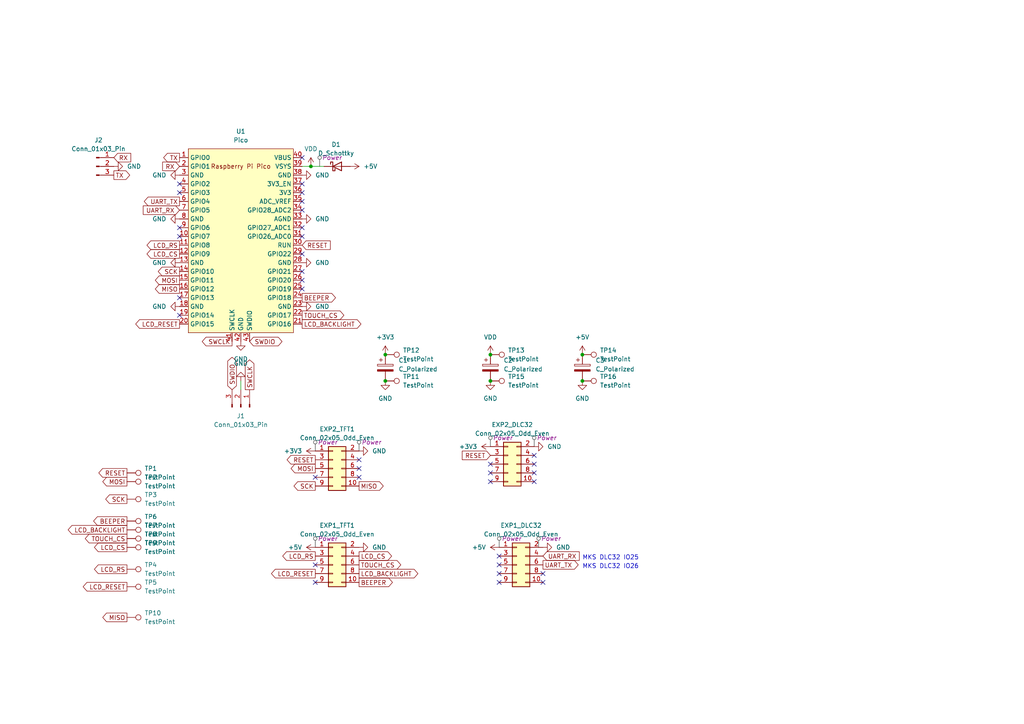
<source format=kicad_sch>
(kicad_sch (version 20231120) (generator "eeschema") (generator_version "8.0")
  (paper "A4")
  (lib_symbols
    (symbol "Connector:Conn_01x03_Pin" (pin_names (offset 1.016) hide)
      (property "Reference" "J" (at 0 5.08 0))
      (property "Value" "Conn_01x03_Pin" (at 0 -5.08 0))
      (symbol "Conn_01x03_Pin_1_1"
        (polyline (pts (xy 1.27 -2.54) (xy 0.8636 -2.54)) (stroke (width 0.1524)))
        (polyline (pts (xy 1.27 0) (xy 0.8636 0)) (stroke (width 0.1524)))
        (polyline (pts (xy 1.27 2.54) (xy 0.8636 2.54)) (stroke (width 0.1524)))
        (rectangle (start 0.8636 -2.413) (end 0 -2.667) (stroke (width 0.1524)) (fill (type outline)))
        (rectangle (start 0.8636 0.127) (end 0 -0.127) (stroke (width 0.1524)) (fill (type outline)))
        (rectangle (start 0.8636 2.667) (end 0 2.413) (stroke (width 0.1524)) (fill (type outline)))
        (pin passive line (at 5.08 2.54 180) (length 3.81) (name "Pin_1") (number "1"))
        (pin passive line (at 5.08 0 180) (length 3.81) (name "Pin_2") (number "2"))
        (pin passive line (at 5.08 -2.54 180) (length 3.81) (name "Pin_3") (number "3"))
      )
    )
    (symbol "Connector:TestPoint" (pin_numbers hide) (pin_names (offset 0.762) hide)
      (property "Reference" "TP" (at 0 6.858 0))
      (property "Value" "TestPoint" (at 0 5.08 0))
      (symbol "TestPoint_0_1"
        (circle (center 0 3.302) (radius 0.762))
      )
      (symbol "TestPoint_1_1"
        (pin passive line (at 0 0 90) (length 2.54) (name "1") (number "1"))
      )
    )
    (symbol "Connector_Generic:Conn_02x05_Odd_Even" (pin_names (offset 1.016) hide)
      (property "Reference" "J" (at 1.27 7.62 0))
      (property "Value" "Conn_02x05_Odd_Even" (at 1.27 -7.62 0))
      (symbol "Conn_02x05_Odd_Even_1_1"
        (rectangle (start -1.27 -4.953) (end 0 -5.207) (stroke (width 0.1524)))
        (rectangle (start -1.27 -2.413) (end 0 -2.667) (stroke (width 0.1524)))
        (rectangle (start -1.27 0.127) (end 0 -0.127) (stroke (width 0.1524)))
        (rectangle (start -1.27 2.667) (end 0 2.413) (stroke (width 0.1524)))
        (rectangle (start -1.27 5.207) (end 0 4.953) (stroke (width 0.1524)))
        (rectangle (start -1.27 6.35) (end 3.81 -6.35) (stroke (width 0.254)) (fill (type background)))
        (rectangle (start 3.81 -4.953) (end 2.54 -5.207) (stroke (width 0.1524)))
        (rectangle (start 3.81 -2.413) (end 2.54 -2.667) (stroke (width 0.1524)))
        (rectangle (start 3.81 0.127) (end 2.54 -0.127) (stroke (width 0.1524)))
        (rectangle (start 3.81 2.667) (end 2.54 2.413) (stroke (width 0.1524)))
        (rectangle (start 3.81 5.207) (end 2.54 4.953) (stroke (width 0.1524)))
        (pin passive line (at -5.08 5.08 0) (length 3.81) (name "Pin_1") (number "1"))
        (pin passive line (at 7.62 -5.08 180) (length 3.81) (name "Pin_10") (number "10"))
        (pin passive line (at 7.62 5.08 180) (length 3.81) (name "Pin_2") (number "2"))
        (pin passive line (at -5.08 2.54 0) (length 3.81) (name "Pin_3") (number "3"))
        (pin passive line (at 7.62 2.54 180) (length 3.81) (name "Pin_4") (number "4"))
        (pin passive line (at -5.08 0 0) (length 3.81) (name "Pin_5") (number "5"))
        (pin passive line (at 7.62 0 180) (length 3.81) (name "Pin_6") (number "6"))
        (pin passive line (at -5.08 -2.54 0) (length 3.81) (name "Pin_7") (number "7"))
        (pin passive line (at 7.62 -2.54 180) (length 3.81) (name "Pin_8") (number "8"))
        (pin passive line (at -5.08 -5.08 0) (length 3.81) (name "Pin_9") (number "9"))
      )
    )
    (symbol "Device:C_Polarized" (pin_numbers hide) (pin_names (offset 0.254))
      (property "Reference" "C" (at 0.635 2.54 0))
      (property "Value" "C_Polarized" (at 0.635 -2.54 0))
      (symbol "C_Polarized_0_1"
        (rectangle (start -2.286 0.508) (end 2.286 1.016))
        (polyline (pts (xy -1.778 2.286) (xy -0.762 2.286)))
        (polyline (pts (xy -1.27 2.794) (xy -1.27 1.778)))
        (rectangle (start 2.286 -0.508) (end -2.286 -1.016) (fill (type outline)))
      )
      (symbol "C_Polarized_1_1"
        (pin passive line (at 0 3.81 270) (length 2.794) (name "~") (number "1"))
        (pin passive line (at 0 -3.81 90) (length 2.794) (name "~") (number "2"))
      )
    )
    (symbol "Device:D_Schottky" (pin_numbers hide) (pin_names (offset 1.016) hide)
      (property "Reference" "D" (at 0 2.54 0))
      (property "Value" "D_Schottky" (at 0 -2.54 0))
      (symbol "D_Schottky_0_1"
        (polyline (pts (xy 1.27 0) (xy -1.27 0)))
        (polyline (pts (xy 1.27 1.27) (xy 1.27 -1.27) (xy -1.27 0) (xy 1.27 1.27)) (stroke (width 0.254)))
        (polyline (pts (xy -1.905 0.635) (xy -1.905 1.27) (xy -1.27 1.27) (xy -1.27 -1.27) (xy -0.635 -1.27) (xy -0.635 -0.635)) (stroke (width 0.254)))
      )
      (symbol "D_Schottky_1_1"
        (pin passive line (at -3.81 0 0) (length 2.54) (name "K") (number "1"))
        (pin passive line (at 3.81 0 180) (length 2.54) (name "A") (number "2"))
      )
    )
    (symbol "GND_1" (power) (pin_numbers hide) (pin_names (offset 0) hide)
      (property "Value" "GND" (at 0 -3.81 0))
      (symbol "GND_1_0_1"
        (polyline (pts (xy 0 0) (xy 0 -1.27) (xy 1.27 -1.27) (xy 0 -2.54) (xy -1.27 -1.27) (xy 0 -1.27)))
      )
      (symbol "GND_1_1_1"
        (pin power_in line (at 0 0 270) (length 0) (name "~") (number "1"))
      )
    )
    (symbol "MCU_RaspberryPi_and_Boards:Pico"
      (property "Reference" "U" (at -13.97 27.94 0))
      (property "Value" "Pico" (at 0 19.05 0))
      (symbol "Pico_0_0"
        (text "Raspberry Pi Pico" (at 0 21.59 0) (effects (font (size 1.27 1.27))))
      )
      (symbol "Pico_0_1"
        (rectangle (start -15.24 26.67) (end 15.24 -26.67) (fill (type background)))
      )
      (symbol "Pico_1_1"
        (pin bidirectional line (at -17.78 24.13 0) (length 2.54) (name "GPIO0") (number "1"))
        (pin bidirectional line (at -17.78 1.27 0) (length 2.54) (name "GPIO7") (number "10"))
        (pin bidirectional line (at -17.78 -1.27 0) (length 2.54) (name "GPIO8") (number "11"))
        (pin bidirectional line (at -17.78 -3.81 0) (length 2.54) (name "GPIO9") (number "12"))
        (pin power_in line (at -17.78 -6.35 0) (length 2.54) (name "GND") (number "13"))
        (pin bidirectional line (at -17.78 -8.89 0) (length 2.54) (name "GPIO10") (number "14"))
        (pin bidirectional line (at -17.78 -11.43 0) (length 2.54) (name "GPIO11") (number "15"))
        (pin bidirectional line (at -17.78 -13.97 0) (length 2.54) (name "GPIO12") (number "16"))
        (pin bidirectional line (at -17.78 -16.51 0) (length 2.54) (name "GPIO13") (number "17"))
        (pin power_in line (at -17.78 -19.05 0) (length 2.54) (name "GND") (number "18"))
        (pin bidirectional line (at -17.78 -21.59 0) (length 2.54) (name "GPIO14") (number "19"))
        (pin bidirectional line (at -17.78 21.59 0) (length 2.54) (name "GPIO1") (number "2"))
        (pin bidirectional line (at -17.78 -24.13 0) (length 2.54) (name "GPIO15") (number "20"))
        (pin bidirectional line (at 17.78 -24.13 180) (length 2.54) (name "GPIO16") (number "21"))
        (pin bidirectional line (at 17.78 -21.59 180) (length 2.54) (name "GPIO17") (number "22"))
        (pin power_in line (at 17.78 -19.05 180) (length 2.54) (name "GND") (number "23"))
        (pin bidirectional line (at 17.78 -16.51 180) (length 2.54) (name "GPIO18") (number "24"))
        (pin bidirectional line (at 17.78 -13.97 180) (length 2.54) (name "GPIO19") (number "25"))
        (pin bidirectional line (at 17.78 -11.43 180) (length 2.54) (name "GPIO20") (number "26"))
        (pin bidirectional line (at 17.78 -8.89 180) (length 2.54) (name "GPIO21") (number "27"))
        (pin power_in line (at 17.78 -6.35 180) (length 2.54) (name "GND") (number "28"))
        (pin bidirectional line (at 17.78 -3.81 180) (length 2.54) (name "GPIO22") (number "29"))
        (pin power_in line (at -17.78 19.05 0) (length 2.54) (name "GND") (number "3"))
        (pin input line (at 17.78 -1.27 180) (length 2.54) (name "RUN") (number "30"))
        (pin bidirectional line (at 17.78 1.27 180) (length 2.54) (name "GPIO26_ADC0") (number "31"))
        (pin bidirectional line (at 17.78 3.81 180) (length 2.54) (name "GPIO27_ADC1") (number "32"))
        (pin power_in line (at 17.78 6.35 180) (length 2.54) (name "AGND") (number "33"))
        (pin bidirectional line (at 17.78 8.89 180) (length 2.54) (name "GPIO28_ADC2") (number "34"))
        (pin power_in line (at 17.78 11.43 180) (length 2.54) (name "ADC_VREF") (number "35"))
        (pin power_in line (at 17.78 13.97 180) (length 2.54) (name "3V3") (number "36"))
        (pin input line (at 17.78 16.51 180) (length 2.54) (name "3V3_EN") (number "37"))
        (pin bidirectional line (at 17.78 19.05 180) (length 2.54) (name "GND") (number "38"))
        (pin power_in line (at 17.78 21.59 180) (length 2.54) (name "VSYS") (number "39"))
        (pin bidirectional line (at -17.78 16.51 0) (length 2.54) (name "GPIO2") (number "4"))
        (pin power_in line (at 17.78 24.13 180) (length 2.54) (name "VBUS") (number "40"))
        (pin input line (at -2.54 -29.21 90) (length 2.54) (name "SWCLK") (number "41"))
        (pin power_in line (at 0 -29.21 90) (length 2.54) (name "GND") (number "42"))
        (pin bidirectional line (at 2.54 -29.21 90) (length 2.54) (name "SWDIO") (number "43"))
        (pin bidirectional line (at -17.78 13.97 0) (length 2.54) (name "GPIO3") (number "5"))
        (pin bidirectional line (at -17.78 11.43 0) (length 2.54) (name "GPIO4") (number "6"))
        (pin bidirectional line (at -17.78 8.89 0) (length 2.54) (name "GPIO5") (number "7"))
        (pin power_in line (at -17.78 6.35 0) (length 2.54) (name "GND") (number "8"))
        (pin bidirectional line (at -17.78 3.81 0) (length 2.54) (name "GPIO6") (number "9"))
      )
    )
    (symbol "power:+3V3" (power) (pin_names (offset 0))
      (property "Value" "+3V3" (at 0 3.556 0))
      (symbol "+3V3_0_1"
        (polyline (pts (xy -0.762 1.27) (xy 0 2.54)))
        (polyline (pts (xy 0 0) (xy 0 2.54)))
        (polyline (pts (xy 0 2.54) (xy 0.762 1.27)))
      )
      (symbol "+3V3_1_1"
        (pin power_in line (at 0 0 90) (length 0) hide (name "+3V3") (number "1"))
      )
    )
    (symbol "power:+5V" (power) (pin_names (offset 0))
      (property "Value" "+5V" (at 0 3.556 0))
      (symbol "+5V_0_1"
        (polyline (pts (xy -0.762 1.27) (xy 0 2.54)))
        (polyline (pts (xy 0 0) (xy 0 2.54)))
        (polyline (pts (xy 0 2.54) (xy 0.762 1.27)))
      )
      (symbol "+5V_1_1"
        (pin power_in line (at 0 0 90) (length 0) hide (name "+5V") (number "1"))
      )
    )
    (symbol "power:GND" (power) (pin_names (offset 0))
      (property "Value" "GND" (at 0 -3.81 0))
      (symbol "GND_0_1"
        (polyline (pts (xy 0 0) (xy 0 -1.27) (xy 1.27 -1.27) (xy 0 -2.54) (xy -1.27 -1.27) (xy 0 -1.27)))
      )
      (symbol "GND_1_1"
        (pin power_in line (at 0 0 270) (length 0) hide (name "GND") (number "1"))
      )
    )
    (symbol "power:VDD" (power) (pin_numbers hide) (pin_names (offset 0) hide)
      (property "Value" "VDD" (at 0 3.556 0))
      (symbol "VDD_0_1"
        (polyline (pts (xy -0.762 1.27) (xy 0 2.54)))
        (polyline (pts (xy 0 0) (xy 0 2.54)))
        (polyline (pts (xy 0 2.54) (xy 0.762 1.27)))
      )
      (symbol "VDD_1_1"
        (pin power_in line (at 0 0 90) (length 0) (name "~") (number "1"))
      )
    )
  )
  (junction (at 168.91 110.49))
  (junction (at 142.24 110.49))
  (junction (at 142.24 102.87))
  (junction (at 168.91 102.87))
  (junction (at 111.76 110.49))
  (junction (at 111.76 102.87))
  (junction (at 90.17 48.26))
  (no_connect (at 87.63 45.72))
  (no_connect (at 144.78 161.29))
  (no_connect (at 104.14 133.35))
  (no_connect (at 144.78 166.37))
  (no_connect (at 87.63 66.04))
  (no_connect (at 157.48 166.37))
  (no_connect (at 142.24 134.62))
  (no_connect (at 104.14 138.43))
  (no_connect (at 154.94 132.08))
  (no_connect (at 87.63 55.88))
  (no_connect (at 87.63 60.96))
  (no_connect (at 87.63 83.82))
  (no_connect (at 104.14 135.89))
  (no_connect (at 144.78 168.91))
  (no_connect (at 91.44 168.91))
  (no_connect (at 52.07 91.44))
  (no_connect (at 154.94 139.7))
  (no_connect (at 154.94 137.16))
  (no_connect (at 144.78 163.83))
  (no_connect (at 87.63 58.42))
  (no_connect (at 87.63 81.28))
  (no_connect (at 87.63 73.66))
  (no_connect (at 52.07 55.88))
  (no_connect (at 91.44 138.43))
  (no_connect (at 91.44 163.83))
  (no_connect (at 142.24 139.7))
  (no_connect (at 87.63 78.74))
  (no_connect (at 157.48 168.91))
  (no_connect (at 154.94 134.62))
  (no_connect (at 142.24 137.16))
  (no_connect (at 52.07 66.04))
  (no_connect (at 87.63 68.58))
  (no_connect (at 87.63 53.34))
  (no_connect (at 52.07 53.34))
  (no_connect (at 52.07 86.36))
  (no_connect (at 52.07 68.58))
  (wire (pts (xy 87.63 48.26) (xy 90.17 48.26)))
  (wire (pts (xy 69.85 110.49) (xy 69.85 113.03)))
  (wire (pts (xy 90.17 48.26) (xy 93.98 48.26)))
  (text "MKS DLC32 IO26" (at 168.91 165.1 0) (effects (font (size 1.27 1.27)) (justify left bottom)))
  (text "MKS DLC32 IO25" (at 168.91 162.56 0) (effects (font (size 1.27 1.27)) (justify left bottom)))
  (global_label "LCD_RS" (shape output) (at 91.44 161.29 180) (property "Intersheetrefs" "${INTERSHEET_REFS}" (effects (hide yes))))
  (global_label "SCK" (shape output) (at 52.07 78.74 180) (property "Intersheetrefs" "${INTERSHEET_REFS}" (effects (hide yes))))
  (global_label "RX" (shape input) (at 33.02 45.72 0) (property "Intersheetrefs" "${INTERSHEET_REFS}" (effects (hide yes))))
  (global_label "RX" (shape input) (at 52.07 48.26 180) (property "Intersheetrefs" "${INTERSHEET_REFS}" (effects (hide yes))))
  (global_label "MISO" (shape output) (at 104.14 140.97 0) (property "Intersheetrefs" "${INTERSHEET_REFS}" (effects (hide yes))))
  (global_label "SCK" (shape output) (at 91.44 140.97 180) (property "Intersheetrefs" "${INTERSHEET_REFS}" (effects (hide yes))))
  (global_label "LCD_RS" (shape output) (at 52.07 71.12 180) (property "Intersheetrefs" "${INTERSHEET_REFS}" (effects (hide yes))))
  (global_label "LCD_RESET" (shape output) (at 91.44 166.37 180) (property "Intersheetrefs" "${INTERSHEET_REFS}" (effects (hide yes))))
  (global_label "MOSI" (shape output) (at 52.07 81.28 180) (property "Intersheetrefs" "${INTERSHEET_REFS}" (effects (hide yes))))
  (global_label "UART_TX" (shape output) (at 157.48 163.83 0) (property "Intersheetrefs" "${INTERSHEET_REFS}" (effects (hide yes))))
  (global_label "MISO" (shape output) (at 52.07 83.82 180) (property "Intersheetrefs" "${INTERSHEET_REFS}" (effects (hide yes))))
  (global_label "UART_RX" (shape input) (at 157.48 161.29 0) (property "Intersheetrefs" "${INTERSHEET_REFS}" (effects (hide yes))))
  (global_label "TOUCH_CS" (shape output) (at 104.14 163.83 0) (property "Intersheetrefs" "${INTERSHEET_REFS}" (effects (hide yes))))
  (global_label "LCD_BACKLIGHT" (shape output) (at 104.14 166.37 0) (property "Intersheetrefs" "${INTERSHEET_REFS}" (effects (hide yes))))
  (global_label "TOUCH_CS" (shape output) (at 87.63 91.44 0) (property "Intersheetrefs" "${INTERSHEET_REFS}" (effects (hide yes))))
  (global_label "TX" (shape output) (at 52.07 45.72 180) (property "Intersheetrefs" "${INTERSHEET_REFS}" (effects (hide yes))))
  (global_label "MOSI" (shape output) (at 36.83 139.7 180) (property "Intersheetrefs" "${INTERSHEET_REFS}" (effects (hide yes))))
  (global_label "MISO" (shape output) (at 36.83 179.07 180) (property "Intersheetrefs" "${INTERSHEET_REFS}" (effects (hide yes))))
  (global_label "LCD_RESET" (shape output) (at 36.83 170.18 180) (property "Intersheetrefs" "${INTERSHEET_REFS}" (effects (hide yes))))
  (global_label "TX" (shape output) (at 33.02 50.8 0) (property "Intersheetrefs" "${INTERSHEET_REFS}" (effects (hide yes))))
  (global_label "TOUCH_CS" (shape output) (at 36.83 156.21 180) (property "Intersheetrefs" "${INTERSHEET_REFS}" (effects (hide yes))))
  (global_label "LCD_CS" (shape output) (at 52.07 73.66 180) (property "Intersheetrefs" "${INTERSHEET_REFS}" (effects (hide yes))))
  (global_label "SCK" (shape output) (at 36.83 144.78 180) (property "Intersheetrefs" "${INTERSHEET_REFS}" (effects (hide yes))))
  (global_label "UART_RX" (shape input) (at 52.07 60.96 180) (property "Intersheetrefs" "${INTERSHEET_REFS}" (effects (hide yes))))
  (global_label "RESET" (shape output) (at 36.83 137.16 180) (property "Intersheetrefs" "${INTERSHEET_REFS}" (effects (hide yes))))
  (global_label "LCD_CS" (shape output) (at 36.83 158.75 180) (property "Intersheetrefs" "${INTERSHEET_REFS}" (effects (hide yes))))
  (global_label "SWCLK" (shape output) (at 72.39 113.03 90) (property "Intersheetrefs" "${INTERSHEET_REFS}" (effects (hide yes))))
  (global_label "LCD_CS" (shape output) (at 104.14 161.29 0) (property "Intersheetrefs" "${INTERSHEET_REFS}" (effects (hide yes))))
  (global_label "RESET" (shape output) (at 91.44 133.35 180) (property "Intersheetrefs" "${INTERSHEET_REFS}" (effects (hide yes))))
  (global_label "BEEPER" (shape output) (at 87.63 86.36 0) (property "Intersheetrefs" "${INTERSHEET_REFS}" (effects (hide yes))))
  (global_label "BEEPER" (shape output) (at 104.14 168.91 0) (property "Intersheetrefs" "${INTERSHEET_REFS}" (effects (hide yes))))
  (global_label "SWDIO" (shape bidirectional) (at 72.39 99.06 0) (property "Intersheetrefs" "${INTERSHEET_REFS}" (effects (hide yes))))
  (global_label "MOSI" (shape output) (at 91.44 135.89 180) (property "Intersheetrefs" "${INTERSHEET_REFS}" (effects (hide yes))))
  (global_label "UART_TX" (shape output) (at 52.07 58.42 180) (property "Intersheetrefs" "${INTERSHEET_REFS}" (effects (hide yes))))
  (global_label "BEEPER" (shape output) (at 36.83 151.13 180) (property "Intersheetrefs" "${INTERSHEET_REFS}" (effects (hide yes))))
  (global_label "LCD_BACKLIGHT" (shape output) (at 36.83 153.67 180) (property "Intersheetrefs" "${INTERSHEET_REFS}" (effects (hide yes))))
  (global_label "RESET" (shape input) (at 87.63 71.12 0) (property "Intersheetrefs" "${INTERSHEET_REFS}" (effects (hide yes))))
  (global_label "LCD_BACKLIGHT" (shape output) (at 87.63 93.98 0) (property "Intersheetrefs" "${INTERSHEET_REFS}" (effects (hide yes))))
  (global_label "LCD_RS" (shape output) (at 36.83 165.1 180) (property "Intersheetrefs" "${INTERSHEET_REFS}" (effects (hide yes))))
  (global_label "LCD_RESET" (shape output) (at 52.07 93.98 180) (property "Intersheetrefs" "${INTERSHEET_REFS}" (effects (hide yes))))
  (global_label "RESET" (shape input) (at 142.24 132.08 180) (property "Intersheetrefs" "${INTERSHEET_REFS}" (effects (hide yes))))
  (global_label "SWDIO" (shape bidirectional) (at 67.31 113.03 90) (property "Intersheetrefs" "${INTERSHEET_REFS}" (effects (hide yes))))
  (global_label "SWCLK" (shape output) (at 67.31 99.06 180) (property "Intersheetrefs" "${INTERSHEET_REFS}" (effects (hide yes))))
  (netclass_flag "" (length 2.54) (shape round) (at 92.71 48.26 0) (property "Netclass" "Power" (at 93.4085 45.72 0) (effects (font (italic yes)) (justify left))))
  (netclass_flag "" (length 2.54) (shape round) (at 156.21 158.75 0) (property "Netclass" "Power" (at 156.9085 156.21 0) (effects (font (italic yes)) (justify left))))
  (netclass_flag "" (length 2.54) (shape round) (at 104.14 130.81 0) (property "Netclass" "Power" (at 104.8385 128.27 0) (effects (font (italic yes)) (justify left))))
  (netclass_flag "" (length 2.54) (shape round) (at 91.44 158.75 0) (property "Netclass" "Power" (at 92.1385 156.21 0) (effects (font (italic yes)) (justify left))))
  (netclass_flag "" (length 2.54) (shape round) (at 144.78 158.75 0) (property "Netclass" "Power" (at 145.4785 156.21 0) (effects (font (italic yes)) (justify left))))
  (netclass_flag "" (length 2.54) (shape round) (at 91.44 130.81 0) (property "Netclass" "Power" (at 92.1385 128.27 0) (effects (font (italic yes)) (justify left))))
  (netclass_flag "" (length 2.54) (shape round) (at 154.94 129.54 0) (property "Netclass" "Power" (at 155.6385 127 0) (effects (font (italic yes)) (justify left))))
  (netclass_flag "" (length 2.54) (shape round) (at 142.24 129.54 0) (property "Netclass" "Power" (at 142.9385 127 0) (effects (font (italic yes)) (justify left))))
  (symbol (lib_name "GND_1") (lib_id "power:GND") (at 142.24 110.49 0) (unit 1)
    (property "Reference" "#PWR022" (effects (hide yes)))
    (property "Value" "GND" (at 142.24 115.57 0))
    (property "Description" "Power symbol creates a global label with name \"GND\" , ground" (effects (hide yes)))
  )
  (symbol (lib_id "Connector:TestPoint") (at 36.83 153.67 270) (unit 1)
    (property "Reference" "TP7" (at 41.91 152.3999 90) (effects (justify left)))
    (property "Value" "TestPoint" (at 41.91 154.9399 90) (effects (justify left)))
    (property "Footprint" "TestPoint:TestPoint_Pad_D2.0mm" (effects (hide yes)))
    (property "Description" "test point" (effects (hide yes)))
  )
  (symbol (lib_id "Connector:TestPoint") (at 142.24 102.87 270) (unit 1)
    (property "Reference" "TP13" (at 147.32 101.5999 90) (effects (justify left)))
    (property "Value" "TestPoint" (at 147.32 104.1399 90) (effects (justify left)))
    (property "Footprint" "TestPoint:TestPoint_Pad_D2.0mm" (effects (hide yes)))
    (property "Description" "test point" (effects (hide yes)))
  )
  (symbol (lib_id "Connector:TestPoint") (at 36.83 144.78 270) (unit 1)
    (property "Reference" "TP3" (at 41.91 143.5099 90) (effects (justify left)))
    (property "Value" "TestPoint" (at 41.91 146.0499 90) (effects (justify left)))
    (property "Footprint" "TestPoint:TestPoint_Pad_D2.0mm" (effects (hide yes)))
    (property "Description" "test point" (effects (hide yes)))
  )
  (symbol (lib_id "power:GND") (at 154.94 129.54 90) (unit 1)
    (property "Reference" "#PWR015" (effects (hide yes)))
    (property "Value" "GND" (at 158.75 129.54 90) (effects (justify right)))
  )
  (symbol (lib_id "Connector:TestPoint") (at 36.83 165.1 270) (unit 1)
    (property "Reference" "TP4" (at 41.91 163.8299 90) (effects (justify left)))
    (property "Value" "TestPoint" (at 41.91 166.3699 90) (effects (justify left)))
    (property "Footprint" "TestPoint:TestPoint_Pad_D2.0mm" (effects (hide yes)))
    (property "Description" "test point" (effects (hide yes)))
  )
  (symbol (lib_id "power:GND") (at 69.85 110.49 180) (unit 1)
    (property "Reference" "#PWR019" (effects (hide yes)))
    (property "Value" "GND" (at 69.85 105.41 0))
  )
  (symbol (lib_id "Connector:TestPoint") (at 36.83 158.75 270) (unit 1)
    (property "Reference" "TP9" (at 41.91 157.4799 90) (effects (justify left)))
    (property "Value" "TestPoint" (at 41.91 160.0199 90) (effects (justify left)))
    (property "Footprint" "TestPoint:TestPoint_Pad_D2.0mm" (effects (hide yes)))
    (property "Description" "test point" (effects (hide yes)))
  )
  (symbol (lib_id "power:GND") (at 87.63 63.5 90) (unit 1)
    (property "Reference" "#PWR018" (effects (hide yes)))
    (property "Value" "GND" (at 91.44 63.5 90) (effects (justify right)))
  )
  (symbol (lib_id "power:+3V3") (at 142.24 129.54 90) (unit 1)
    (property "Reference" "#PWR014" (effects (hide yes)))
    (property "Value" "+3V3" (at 138.43 129.54 90) (effects (justify left)))
  )
  (symbol (lib_id "power:VDD") (at 90.17 48.26 0) (unit 1)
    (property "Reference" "#PWR024" (effects (hide yes)))
    (property "Value" "VDD" (at 90.17 43.18 0))
    (property "Description" "Power symbol creates a global label with name \"VDD\"" (effects (hide yes)))
  )
  (symbol (lib_id "Connector:TestPoint") (at 111.76 102.87 270) (unit 1)
    (property "Reference" "TP12" (at 116.84 101.5999 90) (effects (justify left)))
    (property "Value" "TestPoint" (at 116.84 104.1399 90) (effects (justify left)))
    (property "Footprint" "TestPoint:TestPoint_Pad_D2.0mm" (effects (hide yes)))
    (property "Description" "test point" (effects (hide yes)))
  )
  (symbol (lib_name "GND_1") (lib_id "power:GND") (at 111.76 110.49 0) (unit 1)
    (property "Reference" "#PWR021" (effects (hide yes)))
    (property "Value" "GND" (at 111.76 115.57 0))
    (property "Description" "Power symbol creates a global label with name \"GND\" , ground" (effects (hide yes)))
  )
  (symbol (lib_id "Connector:TestPoint") (at 168.91 102.87 270) (unit 1)
    (property "Reference" "TP14" (at 173.99 101.5999 90) (effects (justify left)))
    (property "Value" "TestPoint" (at 173.99 104.1399 90) (effects (justify left)))
    (property "Footprint" "TestPoint:TestPoint_Pad_D2.0mm" (effects (hide yes)))
    (property "Description" "test point" (effects (hide yes)))
  )
  (symbol (lib_id "Connector:TestPoint") (at 36.83 139.7 270) (unit 1)
    (property "Reference" "TP2" (at 41.91 138.4299 90) (effects (justify left)))
    (property "Value" "TestPoint" (at 41.91 140.9699 90) (effects (justify left)))
    (property "Footprint" "TestPoint:TestPoint_Pad_D2.0mm" (effects (hide yes)))
    (property "Description" "test point" (effects (hide yes)))
  )
  (symbol (lib_id "Device:C_Polarized") (at 142.24 106.68 0) (unit 1)
    (property "Reference" "C2" (at 146.05 104.5209 0) (effects (justify left)))
    (property "Value" "C_Polarized" (at 146.05 107.0609 0) (effects (justify left)))
    (property "Footprint" "Capacitor_SMD:C_1210_3225Metric_Pad1.33x2.70mm_HandSolder" (effects (hide yes)))
    (property "Description" "Polarized capacitor" (effects (hide yes)))
  )
  (symbol (lib_id "Connector_Generic:Conn_02x05_Odd_Even") (at 96.52 163.83 0) (unit 1)
    (property "Reference" "EXP1_TFT1" (at 97.79 152.4 0))
    (property "Value" "Conn_02x05_Odd_Even" (at 97.79 154.94 0))
    (property "Footprint" "Connector_IDC:IDC-Header_2x05_P2.54mm_Vertical" (effects (hide yes)))
  )
  (symbol (lib_id "MCU_RaspberryPi_and_Boards:Pico") (at 69.85 69.85 0) (unit 1)
    (property "Reference" "U1" (at 69.85 38.1 0))
    (property "Value" "Pico" (at 69.85 40.64 0))
    (property "Footprint" "MCU_RaspberryPi_and_Boards:RPi_Pico_SMD_TH" (effects (hide yes)))
  )
  (symbol (lib_id "power:GND") (at 157.48 158.75 90) (unit 1)
    (property "Reference" "#PWR013" (effects (hide yes)))
    (property "Value" "GND" (at 161.29 158.75 90) (effects (justify right)))
  )
  (symbol (lib_id "power:GND") (at 87.63 88.9 90) (unit 1)
    (property "Reference" "#PWR03" (effects (hide yes)))
    (property "Value" "GND" (at 91.44 88.9 90) (effects (justify right)))
  )
  (symbol (lib_id "power:+5V") (at 168.91 102.87 0) (unit 1)
    (property "Reference" "#PWR026" (effects (hide yes)))
    (property "Value" "+5V" (at 168.91 97.79 0))
  )
  (symbol (lib_id "power:GND") (at 52.07 88.9 270) (unit 1)
    (property "Reference" "#PWR04" (effects (hide yes)))
    (property "Value" "GND" (at 48.26 88.9 90) (effects (justify right)))
  )
  (symbol (lib_id "power:GND") (at 104.14 158.75 90) (unit 1)
    (property "Reference" "#PWR010" (effects (hide yes)))
    (property "Value" "GND" (at 107.95 158.75 90) (effects (justify right)))
  )
  (symbol (lib_id "Connector_Generic:Conn_02x05_Odd_Even") (at 149.86 163.83 0) (unit 1)
    (property "Reference" "EXP1_DLC32" (at 151.13 152.4 0))
    (property "Value" "Conn_02x05_Odd_Even" (at 151.13 154.94 0))
    (property "Footprint" "Connector_IDC:IDC-Header_2x05_P2.54mm_Vertical" (effects (hide yes)))
  )
  (symbol (lib_id "Connector:TestPoint") (at 36.83 170.18 270) (unit 1)
    (property "Reference" "TP5" (at 41.91 168.9099 90) (effects (justify left)))
    (property "Value" "TestPoint" (at 41.91 171.4499 90) (effects (justify left)))
    (property "Footprint" "TestPoint:TestPoint_Pad_D2.0mm" (effects (hide yes)))
    (property "Description" "test point" (effects (hide yes)))
  )
  (symbol (lib_id "power:VDD") (at 142.24 102.87 0) (unit 1)
    (property "Reference" "#PWR025" (effects (hide yes)))
    (property "Value" "VDD" (at 142.24 97.79 0))
    (property "Description" "Power symbol creates a global label with name \"VDD\"" (effects (hide yes)))
  )
  (symbol (lib_id "power:GND") (at 52.07 63.5 270) (unit 1)
    (property "Reference" "#PWR06" (effects (hide yes)))
    (property "Value" "GND" (at 48.26 63.5 90) (effects (justify right)))
  )
  (symbol (lib_id "power:GND") (at 52.07 50.8 270) (unit 1)
    (property "Reference" "#PWR07" (effects (hide yes)))
    (property "Value" "GND" (at 48.26 50.8 90) (effects (justify right)))
  )
  (symbol (lib_id "Connector:TestPoint") (at 142.24 110.49 270) (unit 1)
    (property "Reference" "TP15" (at 147.32 109.2199 90) (effects (justify left)))
    (property "Value" "TestPoint" (at 147.32 111.7599 90) (effects (justify left)))
    (property "Footprint" "TestPoint:TestPoint_Pad_D2.0mm" (effects (hide yes)))
    (property "Description" "test point" (effects (hide yes)))
  )
  (symbol (lib_id "Device:C_Polarized") (at 168.91 106.68 0) (unit 1)
    (property "Reference" "C3" (at 172.72 104.5209 0) (effects (justify left)))
    (property "Value" "C_Polarized" (at 172.72 107.0609 0) (effects (justify left)))
    (property "Footprint" "Capacitor_SMD:C_1210_3225Metric_Pad1.33x2.70mm_HandSolder" (effects (hide yes)))
    (property "Description" "Polarized capacitor" (effects (hide yes)))
  )
  (symbol (lib_id "power:+5V") (at 144.78 158.75 90) (unit 1)
    (property "Reference" "#PWR016" (effects (hide yes)))
    (property "Value" "+5V" (at 140.97 158.75 90) (effects (justify left)))
  )
  (symbol (lib_id "power:GND") (at 52.07 76.2 270) (unit 1)
    (property "Reference" "#PWR05" (effects (hide yes)))
    (property "Value" "GND" (at 48.26 76.2 90) (effects (justify right)))
  )
  (symbol (lib_id "Connector:TestPoint") (at 168.91 110.49 270) (unit 1)
    (property "Reference" "TP16" (at 173.99 109.2199 90) (effects (justify left)))
    (property "Value" "TestPoint" (at 173.99 111.7599 90) (effects (justify left)))
    (property "Footprint" "TestPoint:TestPoint_Pad_D2.0mm" (effects (hide yes)))
    (property "Description" "test point" (effects (hide yes)))
  )
  (symbol (lib_name "GND_1") (lib_id "power:GND") (at 168.91 110.49 0) (unit 1)
    (property "Reference" "#PWR027" (effects (hide yes)))
    (property "Value" "GND" (at 168.91 115.57 0))
    (property "Description" "Power symbol creates a global label with name \"GND\" , ground" (effects (hide yes)))
  )
  (symbol (lib_id "Connector_Generic:Conn_02x05_Odd_Even") (at 96.52 135.89 0) (unit 1)
    (property "Reference" "EXP2_TFT1" (at 97.79 124.46 0))
    (property "Value" "Conn_02x05_Odd_Even" (at 97.79 127 0))
    (property "Footprint" "Connector_IDC:IDC-Header_2x05_P2.54mm_Vertical" (effects (hide yes)))
  )
  (symbol (lib_id "power:GND") (at 33.02 48.26 90) (unit 1)
    (property "Reference" "#PWR020" (effects (hide yes)))
    (property "Value" "GND" (at 36.83 48.26 90) (effects (justify right)))
  )
  (symbol (lib_id "power:+3V3") (at 111.76 102.87 0) (unit 1)
    (property "Reference" "#PWR023" (effects (hide yes)))
    (property "Value" "+3V3" (at 111.76 97.79 0))
  )
  (symbol (lib_id "Connector:TestPoint") (at 36.83 137.16 270) (unit 1)
    (property "Reference" "TP1" (at 41.91 135.8899 90) (effects (justify left)))
    (property "Value" "TestPoint" (at 41.91 138.4299 90) (effects (justify left)))
    (property "Footprint" "TestPoint:TestPoint_Pad_D2.0mm" (effects (hide yes)))
    (property "Description" "test point" (effects (hide yes)))
  )
  (symbol (lib_id "power:+5V") (at 101.6 48.26 270) (unit 1)
    (property "Reference" "#PWR08" (effects (hide yes)))
    (property "Value" "+5V" (at 105.41 48.26 90) (effects (justify left)))
  )
  (symbol (lib_id "Connector:TestPoint") (at 36.83 179.07 270) (unit 1)
    (property "Reference" "TP10" (at 41.91 177.7999 90) (effects (justify left)))
    (property "Value" "TestPoint" (at 41.91 180.3399 90) (effects (justify left)))
    (property "Footprint" "TestPoint:TestPoint_Pad_D2.0mm" (effects (hide yes)))
    (property "Description" "test point" (effects (hide yes)))
  )
  (symbol (lib_id "Connector:TestPoint") (at 36.83 151.13 270) (unit 1)
    (property "Reference" "TP6" (at 41.91 149.8599 90) (effects (justify left)))
    (property "Value" "TestPoint" (at 41.91 152.3999 90) (effects (justify left)))
    (property "Footprint" "TestPoint:TestPoint_Pad_D2.0mm" (effects (hide yes)))
    (property "Description" "test point" (effects (hide yes)))
  )
  (symbol (lib_id "power:+3V3") (at 91.44 130.81 90) (unit 1)
    (property "Reference" "#PWR011" (effects (hide yes)))
    (property "Value" "+3V3" (at 87.63 130.81 90) (effects (justify left)))
  )
  (symbol (lib_id "power:GND") (at 104.14 130.81 90) (unit 1)
    (property "Reference" "#PWR09" (effects (hide yes)))
    (property "Value" "GND" (at 107.95 130.81 90) (effects (justify right)))
  )
  (symbol (lib_id "power:+5V") (at 91.44 158.75 90) (unit 1)
    (property "Reference" "#PWR012" (effects (hide yes)))
    (property "Value" "+5V" (at 87.63 158.75 90) (effects (justify left)))
  )
  (symbol (lib_id "Connector:Conn_01x03_Pin") (at 27.94 48.26 0) (unit 1)
    (property "Reference" "J2" (at 28.575 40.64 0))
    (property "Value" "Conn_01x03_Pin" (at 28.575 43.18 0))
    (property "Footprint" "Connector_PinHeader_2.54mm:PinHeader_1x03_P2.54mm_Horizontal" (effects (hide yes)))
  )
  (symbol (lib_id "Device:D_Schottky") (at 97.79 48.26 0) (unit 1)
    (property "Reference" "D1" (at 97.4725 41.91 0))
    (property "Value" "D_Schottky" (at 97.4725 44.45 0))
    (property "Footprint" "Diode_SMD:D_SOD-123" (effects (hide yes)))
  )
  (symbol (lib_id "Connector:Conn_01x03_Pin") (at 69.85 118.11 270) (mirror x) (unit 1)
    (property "Reference" "J1" (at 69.85 120.65 90))
    (property "Value" "Conn_01x03_Pin" (at 69.85 123.19 90))
    (property "Footprint" "Connector_PinSocket_2.54mm:PinSocket_1x03_P2.54mm_Horizontal" (effects (hide yes)))
  )
  (symbol (lib_id "Connector:TestPoint") (at 36.83 156.21 270) (unit 1)
    (property "Reference" "TP8" (at 41.91 154.9399 90) (effects (justify left)))
    (property "Value" "TestPoint" (at 41.91 157.4799 90) (effects (justify left)))
    (property "Footprint" "TestPoint:TestPoint_Pad_D2.0mm" (effects (hide yes)))
    (property "Description" "test point" (effects (hide yes)))
  )
  (symbol (lib_id "Connector:TestPoint") (at 111.76 110.49 270) (unit 1)
    (property "Reference" "TP11" (at 116.84 109.2199 90) (effects (justify left)))
    (property "Value" "TestPoint" (at 116.84 111.7599 90) (effects (justify left)))
    (property "Footprint" "TestPoint:TestPoint_Pad_D2.0mm" (effects (hide yes)))
    (property "Description" "test point" (effects (hide yes)))
  )
  (symbol (lib_id "power:GND") (at 87.63 50.8 90) (unit 1)
    (property "Reference" "#PWR01" (effects (hide yes)))
    (property "Value" "GND" (at 91.44 50.8 90) (effects (justify right)))
  )
  (symbol (lib_id "Device:C_Polarized") (at 111.76 106.68 0) (unit 1)
    (property "Reference" "C1" (at 115.57 104.5209 0) (effects (justify left)))
    (property "Value" "C_Polarized" (at 115.57 107.0609 0) (effects (justify left)))
    (property "Footprint" "Capacitor_SMD:C_1210_3225Metric_Pad1.33x2.70mm_HandSolder" (effects (hide yes)))
    (property "Description" "Polarized capacitor" (effects (hide yes)))
  )
  (symbol (lib_id "power:GND") (at 87.63 76.2 90) (unit 1)
    (property "Reference" "#PWR02" (effects (hide yes)))
    (property "Value" "GND" (at 91.44 76.2 90) (effects (justify right)))
  )
  (symbol (lib_id "Connector_Generic:Conn_02x05_Odd_Even") (at 147.32 134.62 0) (unit 1)
    (property "Reference" "EXP2_DLC32" (at 148.59 123.19 0))
    (property "Value" "Conn_02x05_Odd_Even" (at 148.59 125.73 0))
    (property "Footprint" "Connector_IDC:IDC-Header_2x05_P2.54mm_Vertical" (effects (hide yes)))
  )
  (symbol (lib_id "power:GND") (at 69.85 99.06 0) (unit 1)
    (property "Reference" "#PWR017" (effects (hide yes)))
    (property "Value" "GND" (at 69.85 104.14 0))
  )
)
</source>
